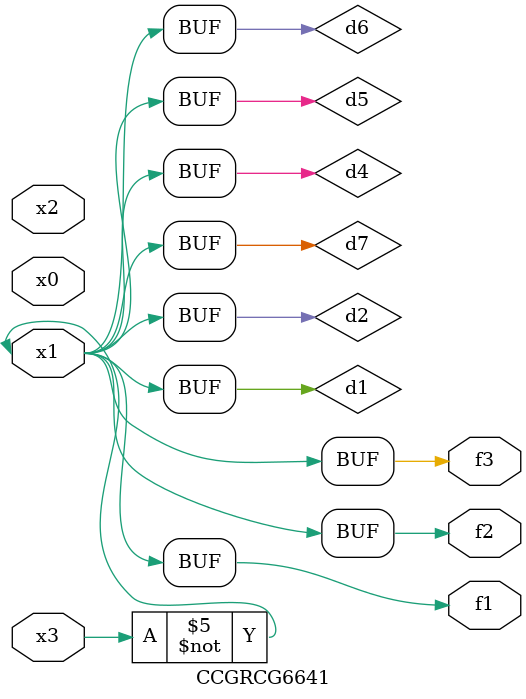
<source format=v>
module CCGRCG6641(
	input x0, x1, x2, x3,
	output f1, f2, f3
);

	wire d1, d2, d3, d4, d5, d6, d7;

	not (d1, x3);
	buf (d2, x1);
	xnor (d3, d1, d2);
	nor (d4, d1);
	buf (d5, d1, d2);
	buf (d6, d4, d5);
	nand (d7, d4);
	assign f1 = d6;
	assign f2 = d7;
	assign f3 = d6;
endmodule

</source>
